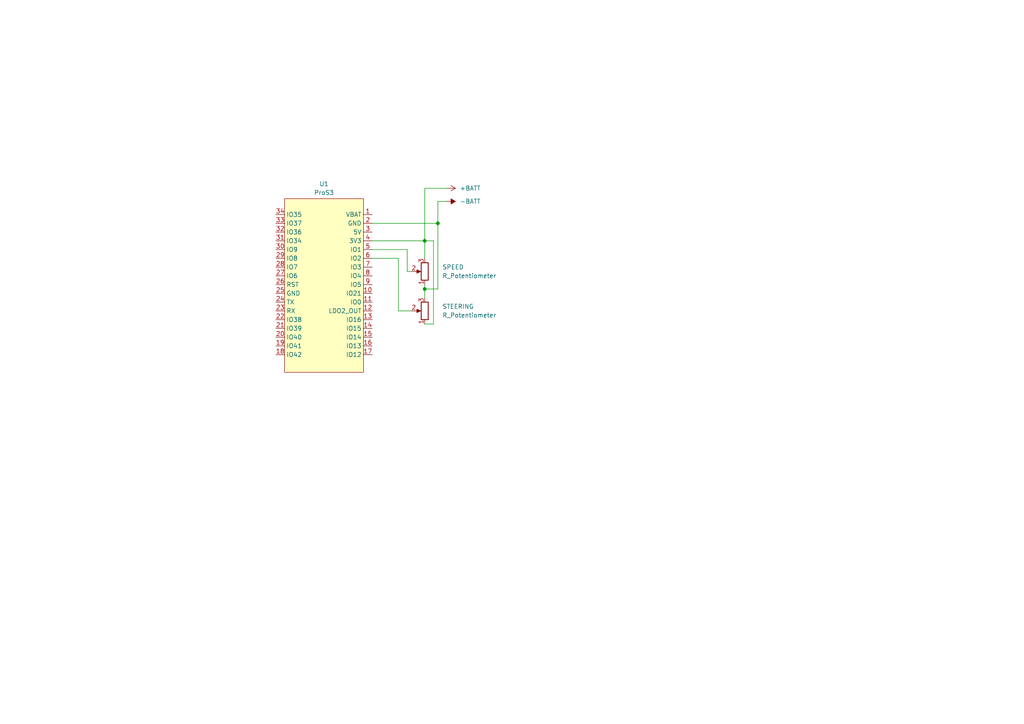
<source format=kicad_sch>
(kicad_sch (version 20230121) (generator eeschema)
  (paper "A4")
  (lib_symbols
    (symbol "Device:R_Potentiometer" (pin_names (offset 1.016) hide)
      (property "Reference" "RV" (at -4.445 0 90))
      (property "Value" "R_Potentiometer" (at -2.54 0 90))
      (symbol "R_Potentiometer_0_1"
        (polyline (pts (xy 2.54 0) (xy 1.524 0)))
        (polyline (pts (xy 1.143 0) (xy 2.286 0.508) (xy 2.286 -0.508) (xy 1.143 0)) (fill (type outline)))
        (rectangle (start 1.016 2.54) (end -1.016 -2.54) (stroke (width 0.254)))
      )
      (symbol "R_Potentiometer_1_1"
        (pin passive line (at 0 3.81 270) (length 1.27) (name "1") (number "1"))
        (pin passive line (at 3.81 0 180) (length 1.27) (name "2") (number "2"))
        (pin passive line (at 0 -3.81 90) (length 1.27) (name "3") (number "3"))
      )
    )
    (symbol "ProS3:ProS3"
      (property "Reference" "U" (at 0 -28.956 0))
      (property "Value" "ProS3" (at -0.508 27.178 0))
      (symbol "ProS3_1_1"
        (rectangle (start -11.43 24.892) (end 11.43 -25.4) (stroke (width 0.1524)) (fill (type background)))
        (pin power_in line (at 13.97 20.32 180) (length 2.54) (name "VBAT") (number "1"))
        (pin bidirectional line (at 13.97 -2.54 180) (length 2.54) (name "IO21") (number "10"))
        (pin bidirectional line (at 13.97 -5.08 180) (length 2.54) (name "IO0") (number "11"))
        (pin power_out line (at 13.97 -7.62 180) (length 2.54) (name "LDO2_OUT") (number "12"))
        (pin bidirectional line (at 13.97 -10.16 180) (length 2.54) (name "IO16") (number "13"))
        (pin bidirectional line (at 13.97 -12.7 180) (length 2.54) (name "IO15") (number "14"))
        (pin bidirectional line (at 13.97 -15.24 180) (length 2.54) (name "IO14") (number "15"))
        (pin bidirectional line (at 13.97 -17.78 180) (length 2.54) (name "IO13") (number "16"))
        (pin bidirectional line (at 13.97 -20.32 180) (length 2.54) (name "IO12") (number "17"))
        (pin bidirectional line (at -13.97 -20.32 0) (length 2.54) (name "IO42") (number "18"))
        (pin bidirectional line (at -13.97 -17.78 0) (length 2.54) (name "IO41") (number "19"))
        (pin power_in line (at 13.97 17.78 180) (length 2.54) (name "GND") (number "2"))
        (pin bidirectional line (at -13.97 -15.24 0) (length 2.54) (name "IO40") (number "20"))
        (pin bidirectional line (at -13.97 -12.7 0) (length 2.54) (name "IO39") (number "21"))
        (pin bidirectional line (at -13.97 -10.16 0) (length 2.54) (name "IO38") (number "22"))
        (pin bidirectional line (at -13.97 -7.62 0) (length 2.54) (name "RX") (number "23"))
        (pin bidirectional line (at -13.97 -5.08 0) (length 2.54) (name "TX") (number "24"))
        (pin power_in line (at -13.97 -2.54 0) (length 2.54) (name "GND") (number "25"))
        (pin input line (at -13.97 0 0) (length 2.54) (name "RST") (number "26"))
        (pin bidirectional line (at -13.97 2.54 0) (length 2.54) (name "IO6") (number "27"))
        (pin bidirectional line (at -13.97 5.08 0) (length 2.54) (name "IO7") (number "28"))
        (pin bidirectional line (at -13.97 7.62 0) (length 2.54) (name "IO8") (number "29"))
        (pin power_in line (at 13.97 15.24 180) (length 2.54) (name "5V") (number "3"))
        (pin bidirectional line (at -13.97 10.16 0) (length 2.54) (name "IO9") (number "30"))
        (pin bidirectional line (at -13.97 12.7 0) (length 2.54) (name "IO34") (number "31"))
        (pin bidirectional line (at -13.97 15.24 0) (length 2.54) (name "IO36") (number "32"))
        (pin bidirectional line (at -13.97 17.78 0) (length 2.54) (name "IO37") (number "33"))
        (pin bidirectional line (at -13.97 20.32 0) (length 2.54) (name "IO35") (number "34"))
        (pin power_in line (at 13.97 12.7 180) (length 2.54) (name "3V3") (number "4"))
        (pin bidirectional line (at 13.97 10.16 180) (length 2.54) (name "IO1") (number "5"))
        (pin bidirectional line (at 13.97 7.62 180) (length 2.54) (name "IO2") (number "6"))
        (pin bidirectional line (at 13.97 5.08 180) (length 2.54) (name "IO3") (number "7"))
        (pin bidirectional line (at 13.97 2.54 180) (length 2.54) (name "IO4") (number "8"))
        (pin bidirectional line (at 13.97 0 180) (length 2.54) (name "IO5") (number "9"))
      )
    )
    (symbol "power:+BATT" (power) (pin_names (offset 0))
      (property "Value" "+BATT" (at 0 3.556 0))
      (symbol "+BATT_0_1"
        (polyline (pts (xy -0.762 1.27) (xy 0 2.54)))
        (polyline (pts (xy 0 0) (xy 0 2.54)))
        (polyline (pts (xy 0 2.54) (xy 0.762 1.27)))
      )
      (symbol "+BATT_1_1"
        (pin power_in line (at 0 0 90) (length 0) hide (name "+BATT") (number "1"))
      )
    )
    (symbol "power:-BATT" (power) (pin_names (offset 0))
      (property "Value" "-BATT" (at 0 3.556 0))
      (symbol "-BATT_0_1"
        (polyline (pts (xy 0 0) (xy 0 2.54)))
        (polyline (pts (xy 0.762 1.27) (xy -0.762 1.27) (xy 0 2.54) (xy 0.762 1.27)) (fill (type outline)))
      )
      (symbol "-BATT_1_1"
        (pin power_in line (at 0 0 90) (length 0) hide (name "-BATT") (number "1"))
      )
    )
  )
  (junction (at 127 64.77))
  (junction (at 123.19 83.82))
  (junction (at 123.19 69.85))
  (wire (pts (xy 107.95 64.77) (xy 127 64.77)))
  (wire (pts (xy 127 58.42) (xy 129.54 58.42)))
  (wire (pts (xy 123.19 69.85) (xy 123.19 74.93)))
  (wire (pts (xy 123.19 93.98) (xy 125.73 93.98)))
  (wire (pts (xy 118.11 72.39) (xy 118.11 78.74)))
  (wire (pts (xy 125.73 69.85) (xy 125.73 93.98)))
  (wire (pts (xy 127 83.82) (xy 127 64.77)))
  (wire (pts (xy 118.11 78.74) (xy 119.38 78.74)))
  (wire (pts (xy 115.57 90.17) (xy 119.38 90.17)))
  (wire (pts (xy 107.95 72.39) (xy 118.11 72.39)))
  (wire (pts (xy 129.54 54.61) (xy 123.19 54.61)))
  (wire (pts (xy 115.57 74.93) (xy 115.57 90.17)))
  (wire (pts (xy 107.95 74.93) (xy 115.57 74.93)))
  (wire (pts (xy 123.19 69.85) (xy 107.95 69.85)))
  (wire (pts (xy 127 64.77) (xy 127 58.42)))
  (wire (pts (xy 123.19 83.82) (xy 123.19 86.36)))
  (wire (pts (xy 123.19 54.61) (xy 123.19 69.85)))
  (wire (pts (xy 123.19 83.82) (xy 127 83.82)))
  (wire (pts (xy 125.73 69.85) (xy 123.19 69.85)))
  (wire (pts (xy 123.19 83.82) (xy 123.19 82.55)))
  (symbol (lib_id "Device:R_Potentiometer") (at 123.19 78.74 180) (unit 1)
    (property "Reference" "SPEED" (at 128.27 77.47 0) (effects (justify right)))
    (property "Value" "R_Potentiometer" (at 128.27 80.01 0) (effects (justify right)))
  )
  (symbol (lib_id "power:+BATT") (at 129.54 54.61 270) (unit 1)
    (property "Reference" "#PWR02" (effects hide))
    (property "Value" "+BATT" (at 133.35 54.61 90) (effects (justify left)))
  )
  (symbol (lib_id "ProS3:ProS3") (at 93.98 82.55 0) (unit 1)
    (property "Reference" "U1" (at 93.98 53.34 0))
    (property "Value" "ProS3" (at 93.98 55.88 0))
    (property "Footprint" "footprints:ProS3_TH" (effects hide))
  )
  (symbol (lib_id "power:-BATT") (at 129.54 58.42 270) (unit 1)
    (property "Reference" "#PWR01" (effects hide))
    (property "Value" "-BATT" (at 133.35 58.42 90) (effects (justify left)))
  )
  (symbol (lib_id "Device:R_Potentiometer") (at 123.19 90.17 180) (unit 1)
    (property "Reference" "STEERING" (at 128.27 88.9 0) (effects (justify right)))
    (property "Value" "R_Potentiometer" (at 128.27 91.44 0) (effects (justify right)))
  )
)
</source>
